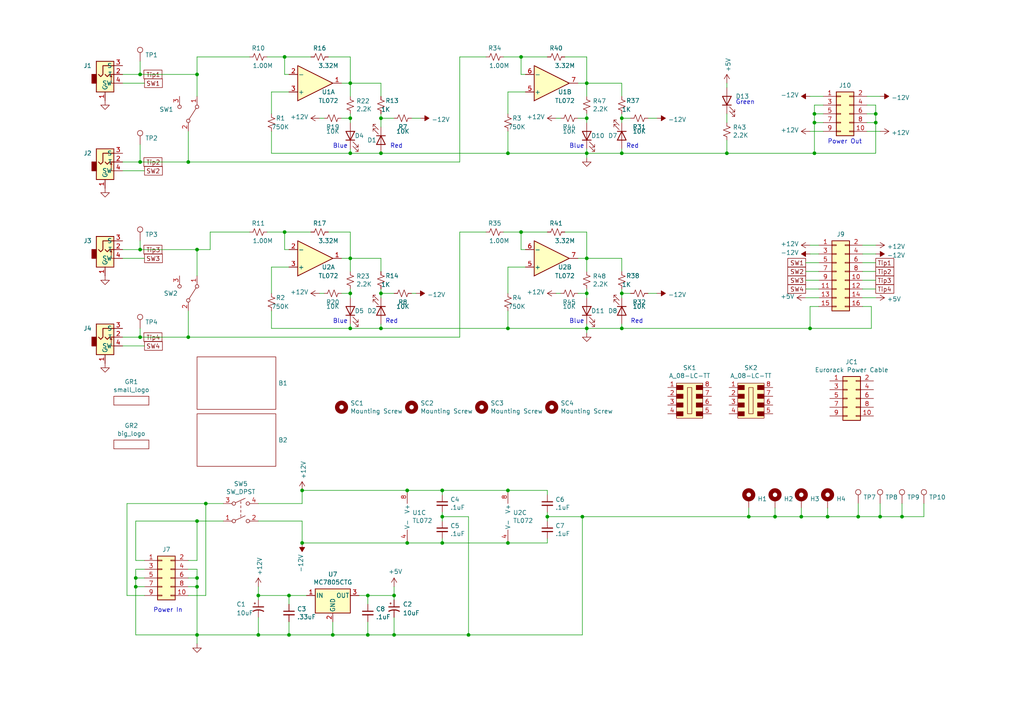
<source format=kicad_sch>
(kicad_sch (version 20211123) (generator eeschema)
  (paper "A4")
  (title_block (title "PBJ EU") (rev "4.9"))
  (junction (at 128.27 142.24))
  (junction (at 254 35.56))
  (junction (at 101.6 95.25))
  (junction (at 101.6 85.09))
  (junction (at 170.18 44.45))
  (junction (at 110.49 85.09))
  (junction (at 39.37 170.18))
  (junction (at 59.69 146.05))
  (junction (at 110.49 95.25))
  (junction (at 101.6 24.13))
  (junction (at 147.32 95.25))
  (junction (at 236.22 44.45))
  (junction (at 106.68 184.15))
  (junction (at 170.18 95.25))
  (junction (at 236.22 33.02))
  (junction (at 151.13 67.31))
  (junction (at 168.91 149.86))
  (junction (at 101.6 44.45))
  (junction (at 40.64 46.99))
  (junction (at 118.11 157.48))
  (junction (at 236.22 35.56))
  (junction (at 255.27 149.86))
  (junction (at 118.11 142.24))
  (junction (at 83.82 172.72))
  (junction (at 210.82 44.45))
  (junction (at 57.15 184.15))
  (junction (at 57.15 151.13))
  (junction (at 114.3 184.15))
  (junction (at 114.3 172.72))
  (junction (at 217.17 149.86))
  (junction (at 57.15 72.39))
  (junction (at 128.27 149.86))
  (junction (at 224.79 149.86))
  (junction (at 158.75 149.86))
  (junction (at 87.63 142.24))
  (junction (at 74.93 184.15))
  (junction (at 74.93 172.72))
  (junction (at 180.34 85.09))
  (junction (at 40.64 97.79))
  (junction (at 87.63 157.48))
  (junction (at 180.34 34.29))
  (junction (at 96.52 184.15))
  (junction (at 135.89 184.15))
  (junction (at 170.18 85.09))
  (junction (at 180.34 44.45))
  (junction (at 261.62 149.86))
  (junction (at 82.55 16.51))
  (junction (at 147.32 157.48))
  (junction (at 180.34 95.25))
  (junction (at 83.82 184.15))
  (junction (at 40.64 21.59))
  (junction (at 240.03 149.86))
  (junction (at 234.95 95.25))
  (junction (at 110.49 34.29))
  (junction (at 110.49 44.45))
  (junction (at 147.32 44.45))
  (junction (at 151.13 16.51))
  (junction (at 82.55 67.31))
  (junction (at 232.41 149.86))
  (junction (at 57.15 21.59))
  (junction (at 101.6 74.93))
  (junction (at 147.32 142.24))
  (junction (at 254 33.02))
  (junction (at 57.15 170.18))
  (junction (at 170.18 34.29))
  (junction (at 101.6 34.29))
  (junction (at 54.61 46.99))
  (junction (at 57.15 167.64))
  (junction (at 128.27 157.48))
  (junction (at 170.18 24.13))
  (junction (at 170.18 74.93))
  (junction (at 54.61 97.79))
  (junction (at 40.64 72.39))
  (junction (at 248.92 149.86))
  (junction (at 106.68 172.72))
  (junction (at 39.37 167.64))
  (wire (pts (xy 236.22 30.48) (xy 236.22 33.02)))
  (wire (pts (xy 95.25 16.51) (xy 101.6 16.51)))
  (wire (pts (xy 83.82 172.72) (xy 88.9 172.72)))
  (wire (pts (xy 110.49 85.09) (xy 110.49 86.36)))
  (wire (pts (xy 170.18 24.13) (xy 180.34 24.13)))
  (wire (pts (xy 217.17 147.32) (xy 217.17 149.86)))
  (wire (pts (xy 57.15 80.01) (xy 57.15 72.39)))
  (wire (pts (xy 170.18 67.31) (xy 170.18 74.93)))
  (wire (pts (xy 96.52 184.15) (xy 96.52 180.34)))
  (wire (pts (xy 151.13 67.31) (xy 158.75 67.31)))
  (wire (pts (xy 167.64 85.09) (xy 170.18 85.09)))
  (wire (pts (xy 267.97 146.05) (xy 267.97 149.86)))
  (wire (pts (xy 101.6 74.93) (xy 110.49 74.93)))
  (wire (pts (xy 210.82 25.4) (xy 210.82 24.13)))
  (wire (pts (xy 147.32 95.25) (xy 170.18 95.25)))
  (wire (pts (xy 118.11 157.48) (xy 128.27 157.48)))
  (wire (pts (xy 77.47 16.51) (xy 82.55 16.51)))
  (wire (pts (xy 83.82 21.59) (xy 82.55 21.59)))
  (wire (pts (xy 170.18 34.29) (xy 170.18 33.02)))
  (wire (pts (xy 101.6 78.74) (xy 101.6 74.93)))
  (wire (pts (xy 99.06 34.29) (xy 101.6 34.29)))
  (wire (pts (xy 236.22 33.02) (xy 236.22 35.56)))
  (wire (pts (xy 224.79 149.86) (xy 232.41 149.86)))
  (wire (pts (xy 254 33.02) (xy 254 35.56)))
  (wire (pts (xy 140.97 67.31) (xy 133.35 67.31)))
  (wire (pts (xy 39.37 167.64) (xy 39.37 170.18)))
  (wire (pts (xy 180.34 33.02) (xy 180.34 34.29)))
  (wire (pts (xy 110.49 34.29) (xy 114.3 34.29)))
  (wire (pts (xy 101.6 67.31) (xy 101.6 74.93)))
  (wire (pts (xy 41.91 165.1) (xy 39.37 165.1)))
  (wire (pts (xy 180.34 85.09) (xy 182.88 85.09)))
  (wire (pts (xy 170.18 44.45) (xy 170.18 43.18)))
  (wire (pts (xy 147.32 157.48) (xy 158.75 157.48)))
  (wire (pts (xy 128.27 149.86) (xy 128.27 151.13)))
  (wire (pts (xy 40.64 46.99) (xy 54.61 46.99)))
  (wire (pts (xy 255.27 146.05) (xy 255.27 149.86)))
  (wire (pts (xy 83.82 180.34) (xy 83.82 184.15)))
  (wire (pts (xy 158.75 151.13) (xy 158.75 149.86)))
  (wire (pts (xy 54.61 46.99) (xy 133.35 46.99)))
  (wire (pts (xy 170.18 96.52) (xy 170.18 95.25)))
  (wire (pts (xy 57.15 21.59) (xy 57.15 16.51)))
  (wire (pts (xy 180.34 24.13) (xy 180.34 27.94)))
  (wire (pts (xy 254 81.28) (xy 250.19 81.28)))
  (wire (pts (xy 147.32 142.24) (xy 158.75 142.24)))
  (wire (pts (xy 114.3 172.72) (xy 114.3 173.99)))
  (wire (pts (xy 135.89 149.86) (xy 135.89 184.15)))
  (wire (pts (xy 237.49 78.74) (xy 233.68 78.74)))
  (wire (pts (xy 74.93 146.05) (xy 87.63 146.05)))
  (wire (pts (xy 237.49 76.2) (xy 233.68 76.2)))
  (wire (pts (xy 251.46 33.02) (xy 254 33.02)))
  (wire (pts (xy 170.18 74.93) (xy 167.64 74.93)))
  (wire (pts (xy 35.56 49.53) (xy 41.91 49.53)))
  (wire (pts (xy 152.4 77.47) (xy 147.32 77.47)))
  (wire (pts (xy 237.49 81.28) (xy 233.68 81.28)))
  (wire (pts (xy 110.49 85.09) (xy 114.3 85.09)))
  (wire (pts (xy 96.52 184.15) (xy 106.68 184.15)))
  (wire (pts (xy 170.18 86.36) (xy 170.18 85.09)))
  (wire (pts (xy 237.49 88.9) (xy 234.95 88.9)))
  (wire (pts (xy 82.55 16.51) (xy 90.17 16.51)))
  (wire (pts (xy 252.73 88.9) (xy 250.19 88.9)))
  (wire (pts (xy 238.76 35.56) (xy 236.22 35.56)))
  (wire (pts (xy 168.91 184.15) (xy 168.91 149.86)))
  (wire (pts (xy 233.68 86.36) (xy 237.49 86.36)))
  (wire (pts (xy 240.03 149.86) (xy 240.03 147.32)))
  (wire (pts (xy 248.92 146.05) (xy 248.92 149.86)))
  (wire (pts (xy 187.96 34.29) (xy 190.5 34.29)))
  (wire (pts (xy 101.6 44.45) (xy 101.6 43.18)))
  (wire (pts (xy 36.83 146.05) (xy 59.69 146.05)))
  (wire (pts (xy 234.95 95.25) (xy 252.73 95.25)))
  (wire (pts (xy 110.49 24.13) (xy 110.49 27.94)))
  (wire (pts (xy 254 83.82) (xy 250.19 83.82)))
  (wire (pts (xy 78.74 90.17) (xy 78.74 95.25)))
  (wire (pts (xy 82.55 21.59) (xy 82.55 16.51)))
  (wire (pts (xy 77.47 67.31) (xy 82.55 67.31)))
  (wire (pts (xy 254 71.12) (xy 250.19 71.12)))
  (wire (pts (xy 54.61 172.72) (xy 59.69 172.72)))
  (wire (pts (xy 57.15 72.39) (xy 60.96 72.39)))
  (wire (pts (xy 170.18 24.13) (xy 167.64 24.13)))
  (wire (pts (xy 238.76 27.94) (xy 234.95 27.94)))
  (wire (pts (xy 170.18 85.09) (xy 170.18 83.82)))
  (wire (pts (xy 152.4 72.39) (xy 151.13 72.39)))
  (wire (pts (xy 110.49 83.82) (xy 110.49 85.09)))
  (wire (pts (xy 39.37 151.13) (xy 57.15 151.13)))
  (wire (pts (xy 128.27 156.21) (xy 128.27 157.48)))
  (wire (pts (xy 35.56 97.79) (xy 40.64 97.79)))
  (wire (pts (xy 252.73 95.25) (xy 252.73 88.9)))
  (wire (pts (xy 101.6 86.36) (xy 101.6 85.09)))
  (wire (pts (xy 161.29 85.09) (xy 162.56 85.09)))
  (wire (pts (xy 74.93 170.18) (xy 74.93 172.72)))
  (wire (pts (xy 87.63 142.24) (xy 118.11 142.24)))
  (wire (pts (xy 119.38 85.09) (xy 120.65 85.09)))
  (wire (pts (xy 167.64 34.29) (xy 170.18 34.29)))
  (wire (pts (xy 83.82 184.15) (xy 96.52 184.15)))
  (wire (pts (xy 146.05 16.51) (xy 151.13 16.51)))
  (wire (pts (xy 74.93 172.72) (xy 83.82 172.72)))
  (wire (pts (xy 101.6 35.56) (xy 101.6 34.29)))
  (wire (pts (xy 170.18 78.74) (xy 170.18 74.93)))
  (wire (pts (xy 101.6 85.09) (xy 101.6 83.82)))
  (wire (pts (xy 151.13 16.51) (xy 158.75 16.51)))
  (wire (pts (xy 170.18 35.56) (xy 170.18 34.29)))
  (wire (pts (xy 161.29 34.29) (xy 162.56 34.29)))
  (wire (pts (xy 119.38 34.29) (xy 121.92 34.29)))
  (wire (pts (xy 180.34 85.09) (xy 180.34 86.36)))
  (wire (pts (xy 40.64 72.39) (xy 57.15 72.39)))
  (wire (pts (xy 261.62 149.86) (xy 267.97 149.86)))
  (wire (pts (xy 87.63 157.48) (xy 118.11 157.48)))
  (wire (pts (xy 163.83 67.31) (xy 170.18 67.31)))
  (wire (pts (xy 158.75 143.51) (xy 158.75 142.24)))
  (wire (pts (xy 238.76 33.02) (xy 236.22 33.02)))
  (wire (pts (xy 60.96 72.39) (xy 60.96 67.31)))
  (wire (pts (xy 40.64 97.79) (xy 54.61 97.79)))
  (wire (pts (xy 234.95 95.25) (xy 180.34 95.25)))
  (wire (pts (xy 54.61 170.18) (xy 57.15 170.18)))
  (wire (pts (xy 74.93 184.15) (xy 83.82 184.15)))
  (wire (pts (xy 57.15 162.56) (xy 57.15 151.13)))
  (wire (pts (xy 110.49 95.25) (xy 147.32 95.25)))
  (wire (pts (xy 187.96 85.09) (xy 190.5 85.09)))
  (wire (pts (xy 54.61 90.17) (xy 54.61 97.79)))
  (wire (pts (xy 170.18 16.51) (xy 170.18 24.13)))
  (wire (pts (xy 57.15 170.18) (xy 57.15 184.15)))
  (wire (pts (xy 180.34 44.45) (xy 210.82 44.45)))
  (wire (pts (xy 110.49 44.45) (xy 147.32 44.45)))
  (wire (pts (xy 41.91 167.64) (xy 39.37 167.64)))
  (wire (pts (xy 87.63 151.13) (xy 87.63 157.48)))
  (wire (pts (xy 237.49 71.12) (xy 234.95 71.12)))
  (wire (pts (xy 133.35 67.31) (xy 133.35 97.79)))
  (wire (pts (xy 40.64 69.85) (xy 40.64 72.39)))
  (wire (pts (xy 101.6 44.45) (xy 110.49 44.45)))
  (wire (pts (xy 168.91 149.86) (xy 158.75 149.86)))
  (wire (pts (xy 83.82 72.39) (xy 82.55 72.39)))
  (wire (pts (xy 57.15 151.13) (xy 64.77 151.13)))
  (wire (pts (xy 110.49 34.29) (xy 110.49 36.83)))
  (wire (pts (xy 59.69 172.72) (xy 59.69 146.05)))
  (wire (pts (xy 158.75 156.21) (xy 158.75 157.48)))
  (wire (pts (xy 118.11 142.24) (xy 128.27 142.24)))
  (wire (pts (xy 35.56 24.13) (xy 41.91 24.13)))
  (wire (pts (xy 39.37 162.56) (xy 39.37 151.13)))
  (wire (pts (xy 146.05 67.31) (xy 151.13 67.31)))
  (wire (pts (xy 57.15 16.51) (xy 72.39 16.51)))
  (wire (pts (xy 35.56 46.99) (xy 40.64 46.99)))
  (wire (pts (xy 39.37 162.56) (xy 41.91 162.56)))
  (wire (pts (xy 106.68 184.15) (xy 114.3 184.15)))
  (wire (pts (xy 57.15 186.69) (xy 57.15 184.15)))
  (wire (pts (xy 232.41 147.32) (xy 232.41 149.86)))
  (wire (pts (xy 78.74 44.45) (xy 101.6 44.45)))
  (wire (pts (xy 180.34 43.18) (xy 180.34 44.45)))
  (wire (pts (xy 99.06 85.09) (xy 101.6 85.09)))
  (wire (pts (xy 54.61 167.64) (xy 57.15 167.64)))
  (wire (pts (xy 238.76 38.1) (xy 234.95 38.1)))
  (wire (pts (xy 54.61 38.1) (xy 54.61 46.99)))
  (wire (pts (xy 236.22 44.45) (xy 210.82 44.45)))
  (wire (pts (xy 106.68 175.26) (xy 106.68 172.72)))
  (wire (pts (xy 135.89 184.15) (xy 168.91 184.15)))
  (wire (pts (xy 101.6 95.25) (xy 101.6 93.98)))
  (wire (pts (xy 210.82 35.56) (xy 210.82 33.02)))
  (wire (pts (xy 255.27 27.94) (xy 251.46 27.94)))
  (wire (pts (xy 234.95 73.66) (xy 237.49 73.66)))
  (wire (pts (xy 78.74 77.47) (xy 78.74 85.09)))
  (wire (pts (xy 180.34 93.98) (xy 180.34 95.25)))
  (wire (pts (xy 158.75 149.86) (xy 158.75 148.59)))
  (wire (pts (xy 74.93 173.99) (xy 74.93 172.72)))
  (wire (pts (xy 151.13 72.39) (xy 151.13 67.31)))
  (wire (pts (xy 180.34 34.29) (xy 180.34 35.56)))
  (wire (pts (xy 35.56 74.93) (xy 41.91 74.93)))
  (wire (pts (xy 180.34 83.82) (xy 180.34 85.09)))
  (wire (pts (xy 234.95 88.9) (xy 234.95 95.25)))
  (wire (pts (xy 101.6 24.13) (xy 110.49 24.13)))
  (wire (pts (xy 147.32 44.45) (xy 170.18 44.45)))
  (wire (pts (xy 40.64 41.91) (xy 40.64 46.99)))
  (wire (pts (xy 128.27 157.48) (xy 147.32 157.48)))
  (wire (pts (xy 57.15 184.15) (xy 74.93 184.15)))
  (wire (pts (xy 114.3 184.15) (xy 114.3 179.07)))
  (wire (pts (xy 151.13 21.59) (xy 151.13 16.51)))
  (wire (pts (xy 92.71 85.09) (xy 93.98 85.09)))
  (wire (pts (xy 60.96 67.31) (xy 72.39 67.31)))
  (wire (pts (xy 128.27 148.59) (xy 128.27 149.86)))
  (wire (pts (xy 168.91 149.86) (xy 217.17 149.86)))
  (wire (pts (xy 35.56 21.59) (xy 40.64 21.59)))
  (wire (pts (xy 36.83 172.72) (xy 36.83 146.05)))
  (wire (pts (xy 54.61 162.56) (xy 57.15 162.56)))
  (wire (pts (xy 133.35 16.51) (xy 133.35 46.99)))
  (wire (pts (xy 101.6 74.93) (xy 99.06 74.93)))
  (wire (pts (xy 57.15 165.1) (xy 57.15 167.64)))
  (wire (pts (xy 39.37 170.18) (xy 39.37 184.15)))
  (wire (pts (xy 57.15 167.64) (xy 57.15 170.18)))
  (wire (pts (xy 54.61 165.1) (xy 57.15 165.1)))
  (wire (pts (xy 180.34 74.93) (xy 180.34 78.74)))
  (wire (pts (xy 224.79 147.32) (xy 224.79 149.86)))
  (wire (pts (xy 250.19 86.36) (xy 254 86.36)))
  (wire (pts (xy 254 35.56) (xy 254 44.45)))
  (wire (pts (xy 147.32 38.1) (xy 147.32 44.45)))
  (wire (pts (xy 83.82 175.26) (xy 83.82 172.72)))
  (wire (pts (xy 248.92 149.86) (xy 255.27 149.86)))
  (wire (pts (xy 152.4 26.67) (xy 147.32 26.67)))
  (wire (pts (xy 101.6 24.13) (xy 99.06 24.13)))
  (wire (pts (xy 237.49 83.82) (xy 233.68 83.82)))
  (wire (pts (xy 36.83 172.72) (xy 41.91 172.72)))
  (wire (pts (xy 238.76 30.48) (xy 236.22 30.48)))
  (wire (pts (xy 210.82 44.45) (xy 210.82 40.64)))
  (wire (pts (xy 128.27 149.86) (xy 135.89 149.86)))
  (wire (pts (xy 128.27 142.24) (xy 147.32 142.24)))
  (wire (pts (xy 110.49 93.98) (xy 110.49 95.25)))
  (wire (pts (xy 78.74 26.67) (xy 78.74 33.02)))
  (wire (pts (xy 39.37 184.15) (xy 57.15 184.15)))
  (wire (pts (xy 180.34 34.29) (xy 182.88 34.29)))
  (wire (pts (xy 251.46 30.48) (xy 254 30.48)))
  (wire (pts (xy 254 30.48) (xy 254 33.02)))
  (wire (pts (xy 101.6 95.25) (xy 110.49 95.25)))
  (wire (pts (xy 40.64 21.59) (xy 57.15 21.59)))
  (wire (pts (xy 147.32 77.47) (xy 147.32 85.09)))
  (wire (pts (xy 59.69 146.05) (xy 64.77 146.05)))
  (wire (pts (xy 78.74 38.1) (xy 78.74 44.45)))
  (wire (pts (xy 152.4 21.59) (xy 151.13 21.59)))
  (wire (pts (xy 35.56 100.33) (xy 41.91 100.33)))
  (wire (pts (xy 254 78.74) (xy 250.19 78.74)))
  (wire (pts (xy 217.17 149.86) (xy 224.79 149.86)))
  (wire (pts (xy 40.64 17.78) (xy 40.64 21.59)))
  (wire (pts (xy 110.49 74.93) (xy 110.49 78.74)))
  (wire (pts (xy 251.46 38.1) (xy 255.27 38.1)))
  (wire (pts (xy 147.32 90.17) (xy 147.32 95.25)))
  (wire (pts (xy 35.56 72.39) (xy 40.64 72.39)))
  (wire (pts (xy 110.49 33.02) (xy 110.49 34.29)))
  (wire (pts (xy 106.68 180.34) (xy 106.68 184.15)))
  (wire (pts (xy 250.19 73.66) (xy 254 73.66)))
  (wire (pts (xy 82.55 67.31) (xy 90.17 67.31)))
  (wire (pts (xy 170.18 27.94) (xy 170.18 24.13)))
  (wire (pts (xy 163.83 16.51) (xy 170.18 16.51)))
  (wire (pts (xy 147.32 26.67) (xy 147.32 33.02)))
  (wire (pts (xy 57.15 27.94) (xy 57.15 21.59)))
  (wire (pts (xy 104.14 172.72) (xy 106.68 172.72)))
  (wire (pts (xy 39.37 165.1) (xy 39.37 167.64)))
  (wire (pts (xy 74.93 179.07) (xy 74.93 184.15)))
  (wire (pts (xy 170.18 45.72) (xy 170.18 44.45)))
  (wire (pts (xy 101.6 27.94) (xy 101.6 24.13)))
  (wire (pts (xy 170.18 95.25) (xy 170.18 93.98)))
  (wire (pts (xy 82.55 72.39) (xy 82.55 67.31)))
  (wire (pts (xy 114.3 170.18) (xy 114.3 172.72)))
  (wire (pts (xy 170.18 44.45) (xy 180.34 44.45)))
  (wire (pts (xy 232.41 149.86) (xy 240.03 149.86)))
  (wire (pts (xy 255.27 149.86) (xy 261.62 149.86)))
  (wire (pts (xy 40.64 95.25) (xy 40.64 97.79)))
  (wire (pts (xy 128.27 143.51) (xy 128.27 142.24)))
  (wire (pts (xy 95.25 67.31) (xy 101.6 67.31)))
  (wire (pts (xy 251.46 35.56) (xy 254 35.56)))
  (wire (pts (xy 74.93 151.13) (xy 87.63 151.13)))
  (wire (pts (xy 180.34 95.25) (xy 170.18 95.25)))
  (wire (pts (xy 254 44.45) (xy 236.22 44.45)))
  (wire (pts (xy 92.71 34.29) (xy 93.98 34.29)))
  (wire (pts (xy 170.18 74.93) (xy 180.34 74.93)))
  (wire (pts (xy 87.63 146.05) (xy 87.63 142.24)))
  (wire (pts (xy 114.3 184.15) (xy 135.89 184.15)))
  (wire (pts (xy 101.6 34.29) (xy 101.6 33.02)))
  (wire (pts (xy 101.6 16.51) (xy 101.6 24.13)))
  (wire (pts (xy 78.74 95.25) (xy 101.6 95.25)))
  (wire (pts (xy 254 76.2) (xy 250.19 76.2)))
  (wire (pts (xy 41.91 170.18) (xy 39.37 170.18)))
  (wire (pts (xy 106.68 172.72) (xy 114.3 172.72)))
  (wire (pts (xy 140.97 16.51) (xy 133.35 16.51)))
  (wire (pts (xy 54.61 97.79) (xy 133.35 97.79)))
  (wire (pts (xy 83.82 77.47) (xy 78.74 77.47)))
  (wire (pts (xy 261.62 146.05) (xy 261.62 149.86)))
  (wire (pts (xy 83.82 26.67) (xy 78.74 26.67)))
  (wire (pts (xy 236.22 35.56) (xy 236.22 44.45)))
  (wire (pts (xy 240.03 149.86) (xy 248.92 149.86)))
  (text "Blue" (at 165.1 43.18 0) (effects (font (size 1.27 1.27)) (justify left bottom)))
  (text "Power In" (at 44.45 177.8 0) (effects (font (size 1.27 1.27)) (justify left bottom)))
  (text "Blue" (at 96.52 43.18 0) (effects (font (size 1.27 1.27)) (justify left bottom)))
  (text "Blue" (at 96.52 93.98 0) (effects (font (size 1.27 1.27)) (justify left bottom)))
  (text "Blue" (at 165.1 93.98 0) (effects (font (size 1.27 1.27)) (justify left bottom)))
  (text "Red" (at 116.84 43.18 180) (effects (font (size 1.27 1.27)) (justify right bottom)))
  (text "Red" (at 111.76 93.98 0) (effects (font (size 1.27 1.27)) (justify left bottom)))
  (text "Red" (at 182.88 93.98 0) (effects (font (size 1.27 1.27)) (justify left bottom)))
  (text "Power Out" (at 240.03 41.91 0) (effects (font (size 1.27 1.27)) (justify left bottom)))
  (text "Red" (at 181.61 43.18 0) (effects (font (size 1.27 1.27)) (justify left bottom)))
  (text "Green" (at 213.36 30.48 0) (effects (font (size 1.27 1.27)) (justify left bottom)))
  (global_label "Tip2" (shape passive) (at 254 78.74 0) (property "Intersheet References" "${INTERSHEET_REFS}" (effects hide)))
  (global_label "Tip4" (shape passive) (at 254 83.82 0) (property "Intersheet References" "${INTERSHEET_REFS}" (effects hide)))
  (global_label "Tip2" (shape passive) (at 46.99 46.99 180) (property "Intersheet References" "${INTERSHEET_REFS}" (effects hide)))
  (global_label "SW4" (shape passive) (at 41.91 100.33 0) (property "Intersheet References" "${INTERSHEET_REFS}" (effects hide)))
  (global_label "Tip1" (shape passive) (at 46.99 21.59 180) (property "Intersheet References" "${INTERSHEET_REFS}" (effects hide)))
  (global_label "SW1" (shape passive) (at 41.91 24.13 0) (property "Intersheet References" "${INTERSHEET_REFS}" (effects hide)))
  (global_label "Tip1" (shape passive) (at 254 76.2 0) (property "Intersheet References" "${INTERSHEET_REFS}" (effects hide)))
  (global_label "SW2" (shape passive) (at 41.91 49.53 0) (property "Intersheet References" "${INTERSHEET_REFS}" (effects hide)))
  (global_label "SW3" (shape passive) (at 233.68 81.28 180) (property "Intersheet References" "${INTERSHEET_REFS}" (effects hide)))
  (global_label "SW3" (shape passive) (at 41.91 74.93 0) (property "Intersheet References" "${INTERSHEET_REFS}" (effects hide)))
  (global_label "SW2" (shape passive) (at 233.68 78.74 180) (property "Intersheet References" "${INTERSHEET_REFS}" (effects hide)))
  (global_label "Tip3" (shape passive) (at 254 81.28 0) (property "Intersheet References" "${INTERSHEET_REFS}" (effects hide)))
  (global_label "SW1" (shape passive) (at 233.68 76.2 180) (property "Intersheet References" "${INTERSHEET_REFS}" (effects hide)))
  (global_label "SW4" (shape passive) (at 233.68 83.82 180) (property "Intersheet References" "${INTERSHEET_REFS}" (effects hide)))
  (global_label "Tip3" (shape passive) (at 46.99 72.39 180) (property "Intersheet References" "${INTERSHEET_REFS}" (effects hide)))
  (global_label "Tip4" (shape passive) (at 46.99 97.79 180) (property "Intersheet References" "${INTERSHEET_REFS}" (effects hide)))
  (symbol (lib_id "greenface-symbols:Molex_47257") (at 30.48 21.59 0) (unit 1)
    (property "Reference" "J1" (at 25.4 19.05 0))
    (property "Value" "Molex_47257" (effects hide))
    (property "Footprint" "sputterizer:Molex-0472570001" (effects hide))
    (property "Digi-Key Part" "WM17366-ND" (effects hide))
  )
  (symbol (lib_id "greenface-symbols:Molex_47257") (at 30.48 46.99 0) (unit 1)
    (property "Reference" "J2" (at 25.4 44.45 0))
    (property "Value" "Molex_47257" (effects hide))
    (property "Footprint" "sputterizer:Molex-0472570001" (effects hide))
    (property "Digi-Key Part" "WM17366-ND" (effects hide))
  )
  (symbol (lib_id "greenface-symbols:Molex_47257") (at 30.48 72.39 0) (unit 1)
    (property "Reference" "J3" (at 25.4 69.85 0))
    (property "Value" "Molex_47257" (effects hide))
    (property "Footprint" "sputterizer:Molex-0472570001" (effects hide))
    (property "Digi-Key Part" "WM17366-ND" (effects hide))
  )
  (symbol (lib_id "greenface-symbols:Molex_47257") (at 30.48 97.79 0) (unit 1)
    (property "Reference" "J4" (at 25.4 95.25 0))
    (property "Value" "Molex_47257" (effects hide))
    (property "Footprint" "sputterizer:Molex-0472570001" (effects hide))
    (property "Digi-Key Part" "WM17366-ND" (effects hide))
  )
  (symbol (lib_id "Connector:TestPoint") (at 40.64 17.78 0) (unit 1)
    (property "Reference" "TP1" (at 42.1132 15.9512 0) (effects (justify left)))
    (property "Value" "TestPoint" (effects hide))
    (property "Footprint" "TestPoint:TestPoint_Keystone_5005-5009_Compact" (effects hide))
    (property "Digi-Key Part" "36-5006-ND" (effects hide))
  )
  (symbol (lib_id "Connector:TestPoint") (at 40.64 41.91 0) (unit 1)
    (property "Reference" "TP2" (at 42.1132 40.0812 0) (effects (justify left)))
    (property "Value" "TestPoint" (effects hide))
    (property "Footprint" "TestPoint:TestPoint_Keystone_5005-5009_Compact" (effects hide))
    (property "Digi-Key Part" "36-5006-ND" (effects hide))
  )
  (symbol (lib_id "Connector:TestPoint") (at 40.64 69.85 0) (unit 1)
    (property "Reference" "TP3" (at 42.1132 68.0212 0) (effects (justify left)))
    (property "Value" "TestPoint" (effects hide))
    (property "Footprint" "TestPoint:TestPoint_Keystone_5005-5009_Compact" (effects hide))
    (property "Digi-Key Part" "36-5006-ND" (effects hide))
  )
  (symbol (lib_id "Connector:TestPoint") (at 40.64 95.25 0) (unit 1)
    (property "Reference" "TP4" (at 42.1132 93.4212 0) (effects (justify left)))
    (property "Value" "TestPoint" (effects hide))
    (property "Footprint" "TestPoint:TestPoint_Keystone_5005-5009_Compact" (effects hide))
    (property "Digi-Key Part" "36-5006-ND" (effects hide))
  )
  (symbol (lib_id "power:GND") (at 30.48 29.21 0) (unit 1)
    (property "Reference" "#PWR01" (effects hide))
    (property "Value" "GND" (effects hide))
  )
  (symbol (lib_id "power:GND") (at 30.48 54.61 0) (unit 1)
    (property "Reference" "#PWR02" (effects hide))
    (property "Value" "GND" (effects hide))
  )
  (symbol (lib_id "power:GND") (at 30.48 80.01 0) (unit 1)
    (property "Reference" "#PWR03" (effects hide))
    (property "Value" "GND" (effects hide))
  )
  (symbol (lib_id "power:GND") (at 30.48 105.41 0) (unit 1)
    (property "Reference" "#PWR04" (effects hide))
    (property "Value" "GND" (effects hide))
  )
  (symbol (lib_id "greenface-symbols:Conn_02x08_Odd_Even_Female") (at 242.57 78.74 0) (unit 1)
    (property "Reference" "J9" (at 243.84 67.945 0))
    (property "Value" "Conn_02x08_Odd_Even_Female" (effects hide))
    (property "Footprint" "Connector_PinHeader_2.54mm:PinHeader_2x08_P2.54mm_Vertical" (effects hide))
    (property "Digi-Key Part" "S7111-ND" (effects hide))
  )
  (symbol (lib_id "power:+5V") (at 254 86.36 270) (unit 1)
    (property "Reference" "#PWR0101" (effects hide))
    (property "Value" "+5V" (at 257.2512 86.741 90) (effects (justify left)))
  )
  (symbol (lib_id "power:+5V") (at 210.82 24.13 0) (unit 1)
    (property "Reference" "#PWR0102" (effects hide))
    (property "Value" "+5V" (at 211.201 20.8788 90) (effects (justify left)))
  )
  (symbol (lib_id "power:+12V") (at 234.95 71.12 90) (unit 1)
    (property "Reference" "#PWR0103" (effects hide))
    (property "Value" "+12V" (at 231.6988 70.739 90) (effects (justify left)))
  )
  (symbol (lib_id "power:-12V") (at 234.95 73.66 90) (unit 1)
    (property "Reference" "#PWR0104" (effects hide))
    (property "Value" "-12V" (at 231.6988 73.279 90) (effects (justify left)))
  )
  (symbol (lib_id "Device:CP1_Small") (at 114.3 176.53 0) (unit 1)
    (property "Reference" "C2" (at 116.84 175.26 0) (effects (justify left)))
    (property "Value" "10uF" (at 116.84 177.8 0) (effects (justify left)))
    (property "Footprint" "Capacitor_THT:CP_Radial_Tantal_D5.0mm_P5.00mm" (effects hide))
    (property "Digi-Key Part" "478-7366-1-ND" (effects hide))
  )
  (symbol (lib_id "Device:CP1_Small") (at 74.93 176.53 0) (unit 1)
    (property "Reference" "C1" (at 68.58 175.26 0) (effects (justify left)))
    (property "Value" "10uF" (at 68.58 177.8 0) (effects (justify left)))
    (property "Footprint" "Capacitor_THT:CP_Radial_Tantal_D5.0mm_P5.00mm" (effects hide))
    (property "Digi-Key Part" "478-7366-1-ND" (effects hide))
  )
  (symbol (lib_id "power:GND") (at 57.15 186.69 0) (unit 1)
    (property "Reference" "#PWR025" (effects hide))
    (property "Value" "GND" (effects hide))
  )
  (symbol (lib_id "power:+12V") (at 74.93 170.18 0) (unit 1)
    (property "Reference" "#PWR0105" (effects hide))
    (property "Value" "+12V" (at 75.311 166.9288 90) (effects (justify left)))
  )
  (symbol (lib_id "power:-12V") (at 121.92 34.29 270) (unit 1)
    (property "Reference" "#PWR014" (effects hide))
    (property "Value" "-12V" (at 125.1712 34.671 90) (effects (justify left)))
  )
  (symbol (lib_id "Regulator_Linear:L7805") (at 96.52 172.72 0) (unit 1)
    (property "Reference" "U7" (at 96.52 166.5732 0))
    (property "Value" "MC7805CTG" (at 96.52 168.8846 0))
    (property "Footprint" "Package_TO_SOT_THT:TO-220-3_Vertical" (effects hide))
    (property "Datasheet" "https://www.analog.com/media/en/technical-documentation/data-sheets/1117fd.pdf" (effects hide))
    (property "Digi-Key Part" "MC7805CTGOS-ND" (effects hide))
  )
  (symbol (lib_id "power:+5V") (at 114.3 170.18 0) (unit 1)
    (property "Reference" "#PWR026" (effects hide))
    (property "Value" "+5V" (at 114.681 165.7858 0))
  )
  (symbol (lib_id "power:-12V") (at 190.5 34.29 270) (unit 1)
    (property "Reference" "#PWR017" (effects hide))
    (property "Value" "-12V" (at 193.7512 34.671 90) (effects (justify left)))
  )
  (symbol (lib_id "power:-12V") (at 120.65 85.09 270) (unit 1)
    (property "Reference" "#PWR09" (effects hide))
    (property "Value" "-12V" (at 123.9012 85.471 90) (effects (justify left)))
  )
  (symbol (lib_id "power:-12V") (at 190.5 85.09 270) (unit 1)
    (property "Reference" "#PWR018" (effects hide))
    (property "Value" "-12V" (at 193.7512 85.471 90) (effects (justify left)))
  )
  (symbol (lib_id "power:+12V") (at 254 71.12 270) (unit 1)
    (property "Reference" "#PWR016" (effects hide))
    (property "Value" "+12V" (at 257.2512 71.501 90) (effects (justify left)))
  )
  (symbol (lib_id "power:-12V") (at 254 73.66 270) (unit 1)
    (property "Reference" "#PWR028" (effects hide))
    (property "Value" "-12V" (at 257.2512 74.041 90) (effects (justify left)))
  )
  (symbol (lib_id "power:+5V") (at 233.68 86.36 90) (unit 1)
    (property "Reference" "#PWR015" (effects hide))
    (property "Value" "+5V" (at 230.4288 85.979 90) (effects (justify left)))
  )
  (symbol (lib_id "Device:R_Small_US") (at 210.82 38.1 0) (unit 1)
    (property "Reference" "R43" (at 212.5472 36.9316 0) (effects (justify left)))
    (property "Value" "2.2K" (at 212.5472 39.243 0) (effects (justify left)))
    (property "Footprint" "Resistor_THT:R_Axial_DIN0207_L6.3mm_D2.5mm_P10.16mm_Horizontal" (effects hide))
    (property "Digi-Key Part" "CF14JT2K20CT-ND" (effects hide))
  )
  (symbol (lib_id "Device:LED") (at 210.82 29.21 90) (unit 1)
    (property "Reference" "D13" (at 213.36 27.94 90) (effects (justify right)))
    (property "Value" "GREEN LED" (effects hide))
    (property "Footprint" "LED_THT:LED_D3.0mm" (effects hide))
    (property "Digi-Key Part" "732-5008-ND" (effects hide))
  )
  (symbol (lib_id "Amplifier_Operational:TL072") (at 120.65 149.86 0) (unit 3)
    (property "Reference" "U1" (at 119.5832 148.6916 0) (effects (justify left)))
    (property "Value" "TL072" (at 119.5832 151.003 0) (effects (justify left)))
    (property "Datasheet" "http://www.ti.com/lit/ds/symlink/tl071.pdf" (effects hide))
  )
  (symbol (lib_id "Device:R_Small_US") (at 143.51 16.51 90) (unit 1)
    (property "Reference" "R34" (at 143.51 13.97 90))
    (property "Value" "1.00M" (at 144.78 19.05 90))
    (property "Footprint" "Resistor_THT:R_Axial_DIN0207_L6.3mm_D2.5mm_P10.16mm_Horizontal" (effects hide))
    (property "Digi-Key Part" "RNF14FTD1M00CT-ND" (effects hide))
  )
  (symbol (lib_id "Device:R_Small_US") (at 74.93 67.31 90) (unit 1)
    (property "Reference" "R11" (at 74.93 64.77 90))
    (property "Value" "1.00M" (at 76.2 69.85 90))
    (property "Footprint" "Resistor_THT:R_Axial_DIN0207_L6.3mm_D2.5mm_P10.16mm_Horizontal" (effects hide))
    (property "Digi-Key Part" "RNF14FTD1M00CT-ND" (effects hide))
  )
  (symbol (lib_id "Device:R_Small_US") (at 143.51 67.31 90) (unit 1)
    (property "Reference" "R35" (at 143.51 64.77 90))
    (property "Value" "1.00M" (at 144.78 69.85 90))
    (property "Footprint" "Resistor_THT:R_Axial_DIN0207_L6.3mm_D2.5mm_P10.16mm_Horizontal" (effects hide))
    (property "Digi-Key Part" "RNF14FTD1M00CT-ND" (effects hide))
  )
  (symbol (lib_id "Device:R_Small_US") (at 161.29 16.51 90) (unit 1)
    (property "Reference" "R40" (at 161.29 13.97 90))
    (property "Value" "3.32M" (at 163.83 19.05 90))
    (property "Footprint" "Resistor_THT:R_Axial_DIN0207_L6.3mm_D2.5mm_P10.16mm_Horizontal" (effects hide))
    (property "Digi-Key Part" "RNF14FTD3M32CT-ND" (effects hide))
  )
  (symbol (lib_id "Device:R_Small_US") (at 161.29 67.31 90) (unit 1)
    (property "Reference" "R41" (at 161.29 64.77 90))
    (property "Value" "3.32M" (at 163.83 69.85 90))
    (property "Footprint" "Resistor_THT:R_Axial_DIN0207_L6.3mm_D2.5mm_P10.16mm_Horizontal" (effects hide))
    (property "Digi-Key Part" "RNF14FTD3M32CT-ND" (effects hide))
  )
  (symbol (lib_id "Device:R_Small_US") (at 92.71 67.31 90) (unit 1)
    (property "Reference" "R17" (at 92.71 64.77 90))
    (property "Value" "3.32M" (at 95.25 69.85 90))
    (property "Footprint" "Resistor_THT:R_Axial_DIN0207_L6.3mm_D2.5mm_P10.16mm_Horizontal" (effects hide))
    (property "Digi-Key Part" "RNF14FTD3M32CT-ND" (effects hide))
  )
  (symbol (lib_id "Switch:SW_DPST") (at 69.85 148.59 0) (unit 1)
    (property "Reference" "SW5" (at 69.85 140.335 0))
    (property "Value" "SW_DPST" (at 69.85 142.6464 0))
    (property "Footprint" "sputterizer:S202031MS02Q" (effects hide))
    (property "Digi-Key Part" "CKN9891-ND" (effects hide))
  )
  (symbol (lib_id "Connector_Generic:Conn_02x05_Odd_Even") (at 46.99 167.64 0) (unit 1)
    (property "Reference" "J7" (at 48.26 159.385 0))
    (property "Value" "Conn_02x05_Odd_Even" (effects hide))
    (property "Footprint" "Connector_PinHeader_2.54mm:PinHeader_2x05_P2.54mm_Vertical" (effects hide))
    (property "Digi-Key Part" "S2011EC-05-ND" (effects hide))
  )
  (symbol (lib_id "Connector_Generic:Conn_02x05_Odd_Even") (at 243.84 33.02 0) (unit 1)
    (property "Reference" "J10" (at 245.11 24.765 0))
    (property "Value" "Conn_02x05_Odd_Even" (effects hide))
    (property "Footprint" "Connector_PinHeader_2.54mm:PinHeader_2x05_P2.54mm_Vertical" (effects hide))
    (property "Digi-Key Part" "S2011EC-05-ND" (effects hide))
  )
  (symbol (lib_id "power:+12V") (at 234.95 38.1 90) (unit 1)
    (property "Reference" "#PWR0106" (effects hide))
    (property "Value" "+12V" (at 231.6988 37.719 90) (effects (justify left)))
  )
  (symbol (lib_id "power:+12V") (at 255.27 38.1 270) (unit 1)
    (property "Reference" "#PWR0107" (effects hide))
    (property "Value" "+12V" (at 258.5212 38.481 90) (effects (justify left)))
  )
  (symbol (lib_id "power:-12V") (at 255.27 27.94 270) (unit 1)
    (property "Reference" "#PWR0108" (effects hide))
    (property "Value" "-12V" (at 258.5212 28.321 90) (effects (justify left)))
  )
  (symbol (lib_id "power:-12V") (at 234.95 27.94 90) (unit 1)
    (property "Reference" "#PWR0109" (effects hide))
    (property "Value" "-12V" (at 231.6988 27.559 90) (effects (justify left)))
  )
  (symbol (lib_id "greenface-symbols:small_logo") (at 38.1 116.205 0) (unit 1)
    (property "Reference" "GR1" (at 38.1 110.744 0))
    (property "Value" "small_logo" (at 38.1 113.0554 0))
    (property "Footprint" "panel:small_face" (effects hide))
  )
  (symbol (lib_id "Amplifier_Operational:TL072") (at 91.44 74.93 0) (mirror x) (unit 1)
    (property "Reference" "U2" (at 95.25 77.47 0))
    (property "Value" "TL072" (at 95.25 80.01 0))
    (property "Footprint" "Package_DIP:DIP-8_W7.62mm" (effects hide))
    (property "Datasheet" "http://www.ti.com/lit/ds/symlink/tl071.pdf" (effects hide))
    (property "Digi-Key Part" "296-14997-5-ND‎" (effects hide))
  )
  (symbol (lib_id "Device:R_Small_US") (at 101.6 81.28 0) (unit 1)
    (property "Reference" "R23" (at 103.3272 80.1116 0) (effects (justify left)))
    (property "Value" "2.2K" (at 103.3272 82.423 0) (effects (justify left)))
    (property "Footprint" "Resistor_THT:R_Axial_DIN0207_L6.3mm_D2.5mm_P10.16mm_Horizontal" (effects hide))
    (property "Digi-Key Part" "CF14JT2K20CT-ND" (effects hide))
  )
  (symbol (lib_id "Device:LED") (at 101.6 90.17 90) (unit 1)
    (property "Reference" "D5" (at 102.87 90.17 90) (effects (justify right)))
    (property "Value" "BLUE LED" (effects hide))
    (property "Footprint" "LED_THT:LED_D3.0mm" (effects hide))
    (property "Digi-Key Part" "732-11401-ND" (effects hide))
  )
  (symbol (lib_id "Device:R_Small_US") (at 96.52 85.09 90) (unit 1)
    (property "Reference" "R20" (at 96.52 87.63 90))
    (property "Value" "10K" (at 96.52 88.9 90))
    (property "Footprint" "Resistor_THT:R_Axial_DIN0207_L6.3mm_D2.5mm_P10.16mm_Horizontal" (effects hide))
    (property "Digi-Key Part" "CF14JT10K0CT-ND" (effects hide))
  )
  (symbol (lib_id "power:+12V") (at 92.71 85.09 90) (unit 1)
    (property "Reference" "#PWR013" (effects hide))
    (property "Value" "+12V" (at 89.4588 84.709 90) (effects (justify left)))
  )
  (symbol (lib_id "Device:R_Small_US") (at 110.49 81.28 0) (unit 1)
    (property "Reference" "R14" (at 111.76 80.01 0) (effects (justify left)))
    (property "Value" "1K" (at 110.49 82.55 0) (effects (justify left)))
    (property "Footprint" "Resistor_THT:R_Axial_DIN0207_L6.3mm_D2.5mm_P10.16mm_Horizontal" (effects hide))
    (property "Digi-Key Part" "CF14JT1K00CT-ND" (effects hide))
  )
  (symbol (lib_id "Device:LED") (at 110.49 90.17 270) (unit 1)
    (property "Reference" "D2" (at 109.22 90.17 90) (effects (justify right)))
    (property "Value" "RED LED" (effects hide))
    (property "Footprint" "LED_THT:LED_D3.0mm" (effects hide))
    (property "Digi-Key Part" "732-5005-ND" (effects hide))
  )
  (symbol (lib_id "Device:R_Small_US") (at 116.84 85.09 90) (unit 1)
    (property "Reference" "R8" (at 116.84 87.63 90))
    (property "Value" "10K" (at 116.84 88.9 90))
    (property "Footprint" "Resistor_THT:R_Axial_DIN0207_L6.3mm_D2.5mm_P10.16mm_Horizontal" (effects hide))
    (property "Digi-Key Part" "CF14JT10K0CT-ND" (effects hide))
  )
  (symbol (lib_id "Amplifier_Operational:TL072") (at 160.02 74.93 0) (mirror x) (unit 2)
    (property "Reference" "U2" (at 163.83 77.47 0))
    (property "Value" "TL072" (at 163.83 80.01 0))
    (property "Footprint" "Package_DIP:DIP-8_W7.62mm" (effects hide))
    (property "Datasheet" "http://www.ti.com/lit/ds/symlink/tl071.pdf" (effects hide))
    (property "Digi-Key Part" "296-14997-5-ND‎" (effects hide))
  )
  (symbol (lib_id "Device:R_Small_US") (at 170.18 81.28 0) (unit 1)
    (property "Reference" "R48" (at 171.9072 80.1116 0) (effects (justify left)))
    (property "Value" "2.2K" (at 171.9072 82.423 0) (effects (justify left)))
    (property "Footprint" "Resistor_THT:R_Axial_DIN0207_L6.3mm_D2.5mm_P10.16mm_Horizontal" (effects hide))
    (property "Digi-Key Part" "CF14JT2K20CT-ND" (effects hide))
  )
  (symbol (lib_id "Device:LED") (at 170.18 90.17 90) (unit 1)
    (property "Reference" "D11" (at 171.45 90.17 90) (effects (justify right)))
    (property "Value" "BLUE LED" (effects hide))
    (property "Footprint" "LED_THT:LED_D3.0mm" (effects hide))
    (property "Digi-Key Part" "732-11401-ND" (effects hide))
  )
  (symbol (lib_id "Device:R_Small_US") (at 165.1 85.09 90) (unit 1)
    (property "Reference" "R45" (at 165.1 87.63 90))
    (property "Value" "10K" (at 165.1 88.9 90))
    (property "Footprint" "Resistor_THT:R_Axial_DIN0207_L6.3mm_D2.5mm_P10.16mm_Horizontal" (effects hide))
    (property "Digi-Key Part" "CF14JT10K0CT-ND" (effects hide))
  )
  (symbol (lib_id "power:GND") (at 170.18 96.52 0) (unit 1)
    (property "Reference" "#PWR034" (effects hide))
    (property "Value" "GND" (effects hide))
  )
  (symbol (lib_id "power:+12V") (at 161.29 85.09 90) (unit 1)
    (property "Reference" "#PWR031" (effects hide))
    (property "Value" "+12V" (at 158.0388 84.709 90) (effects (justify left)))
  )
  (symbol (lib_id "Device:R_Small_US") (at 180.34 81.28 0) (unit 1)
    (property "Reference" "R38" (at 181.61 80.01 0) (effects (justify left)))
    (property "Value" "1K" (at 180.34 82.55 0) (effects (justify left)))
    (property "Footprint" "Resistor_THT:R_Axial_DIN0207_L6.3mm_D2.5mm_P10.16mm_Horizontal" (effects hide))
    (property "Digi-Key Part" "CF14JT1K00CT-ND" (effects hide))
  )
  (symbol (lib_id "Device:LED") (at 180.34 90.17 270) (unit 1)
    (property "Reference" "D8" (at 179.07 90.17 90) (effects (justify right)))
    (property "Value" "RED LED" (effects hide))
    (property "Footprint" "LED_THT:LED_D3.0mm" (effects hide))
    (property "Digi-Key Part" "732-5005-ND" (effects hide))
  )
  (symbol (lib_id "Device:R_Small_US") (at 185.42 85.09 90) (unit 1)
    (property "Reference" "R32" (at 185.42 87.63 90))
    (property "Value" "10K" (at 185.42 88.9 90))
    (property "Footprint" "Resistor_THT:R_Axial_DIN0207_L6.3mm_D2.5mm_P10.16mm_Horizontal" (effects hide))
    (property "Digi-Key Part" "CF14JT10K0CT-ND" (effects hide))
  )
  (symbol (lib_id "Amplifier_Operational:TL072") (at 91.44 24.13 0) (mirror x) (unit 1)
    (property "Reference" "U1" (at 95.25 26.67 0))
    (property "Value" "TL072" (at 95.25 29.21 0))
    (property "Footprint" "Package_DIP:DIP-8_W7.62mm" (effects hide))
    (property "Datasheet" "http://www.ti.com/lit/ds/symlink/tl071.pdf" (effects hide))
    (property "Digi-Key Part" "296-14997-5-ND" (effects hide))
  )
  (symbol (lib_id "Device:R_Small_US") (at 74.93 16.51 90) (unit 1)
    (property "Reference" "R10" (at 74.93 13.97 90))
    (property "Value" "1.00M" (at 76.2 19.05 90))
    (property "Footprint" "Resistor_THT:R_Axial_DIN0207_L6.3mm_D2.5mm_P10.16mm_Horizontal" (effects hide))
    (property "Digi-Key Part" "RNF14FTD1M00CT-ND" (effects hide))
  )
  (symbol (lib_id "Device:R_Small_US") (at 92.71 16.51 90) (unit 1)
    (property "Reference" "R16" (at 92.71 13.97 90))
    (property "Value" "3.32M" (at 95.25 19.05 90))
    (property "Footprint" "Resistor_THT:R_Axial_DIN0207_L6.3mm_D2.5mm_P10.16mm_Horizontal" (effects hide))
    (property "Digi-Key Part" "RNF14FTD3M32CT-ND" (effects hide))
  )
  (symbol (lib_id "Device:R_Small_US") (at 101.6 30.48 0) (unit 1)
    (property "Reference" "R22" (at 103.3272 29.3116 0) (effects (justify left)))
    (property "Value" "2.2K" (at 103.3272 31.623 0) (effects (justify left)))
    (property "Footprint" "Resistor_THT:R_Axial_DIN0207_L6.3mm_D2.5mm_P10.16mm_Horizontal" (effects hide))
    (property "Digi-Key Part" "CF14JT2K20CT-ND" (effects hide))
  )
  (symbol (lib_id "Device:LED") (at 101.6 39.37 90) (unit 1)
    (property "Reference" "D4" (at 102.87 39.37 90) (effects (justify right)))
    (property "Value" "BLUE LED" (effects hide))
    (property "Footprint" "LED_THT:LED_D3.0mm" (effects hide))
    (property "Digi-Key Part" "732-11401-ND" (effects hide))
  )
  (symbol (lib_id "Device:R_Small_US") (at 96.52 34.29 90) (unit 1)
    (property "Reference" "R19" (at 96.52 36.83 90))
    (property "Value" "10K" (at 96.52 38.1 90))
    (property "Footprint" "Resistor_THT:R_Axial_DIN0207_L6.3mm_D2.5mm_P10.16mm_Horizontal" (effects hide))
    (property "Digi-Key Part" "CF14JT10K0CT-ND" (effects hide))
  )
  (symbol (lib_id "power:+12V") (at 92.71 34.29 90) (unit 1)
    (property "Reference" "#PWR012" (effects hide))
    (property "Value" "+12V" (at 89.4588 33.909 90) (effects (justify left)))
  )
  (symbol (lib_id "Device:R_Small_US") (at 110.49 30.48 0) (unit 1)
    (property "Reference" "R13" (at 111.76 29.21 0) (effects (justify left)))
    (property "Value" "1K" (at 110.49 31.75 0) (effects (justify left)))
    (property "Footprint" "Resistor_THT:R_Axial_DIN0207_L6.3mm_D2.5mm_P10.16mm_Horizontal" (effects hide))
    (property "Digi-Key Part" "CF14JT1K00CT-ND" (effects hide))
  )
  (symbol (lib_id "Device:LED") (at 110.49 40.64 270) (unit 1)
    (property "Reference" "D1" (at 109.22 40.64 90) (effects (justify right)))
    (property "Value" "RED LED" (effects hide))
    (property "Footprint" "LED_THT:LED_D3.0mm" (effects hide))
    (property "Digi-Key Part" "732-5005-ND" (effects hide))
  )
  (symbol (lib_id "Device:R_Small_US") (at 116.84 34.29 90) (unit 1)
    (property "Reference" "R7" (at 116.84 36.83 90))
    (property "Value" "10K" (at 116.84 38.1 90))
    (property "Footprint" "Resistor_THT:R_Axial_DIN0207_L6.3mm_D2.5mm_P10.16mm_Horizontal" (effects hide))
    (property "Digi-Key Part" "CF14JT10K0CT-ND" (effects hide))
  )
  (symbol (lib_id "Amplifier_Operational:TL072") (at 160.02 24.13 0) (mirror x) (unit 2)
    (property "Reference" "U1" (at 163.83 26.67 0))
    (property "Value" "TL072" (at 163.83 29.21 0))
    (property "Footprint" "Package_DIP:DIP-8_W7.62mm" (effects hide))
    (property "Datasheet" "http://www.ti.com/lit/ds/symlink/tl071.pdf" (effects hide))
    (property "Digi-Key Part" "296-14997-5-ND‎" (effects hide))
  )
  (symbol (lib_id "Device:R_Small_US") (at 170.18 30.48 0) (unit 1)
    (property "Reference" "R47" (at 171.9072 29.3116 0) (effects (justify left)))
    (property "Value" "2.2K" (at 171.9072 31.623 0) (effects (justify left)))
    (property "Footprint" "Resistor_THT:R_Axial_DIN0207_L6.3mm_D2.5mm_P10.16mm_Horizontal" (effects hide))
    (property "Digi-Key Part" "CF14JT2K20CT-ND" (effects hide))
  )
  (symbol (lib_id "Device:LED") (at 170.18 39.37 90) (unit 1)
    (property "Reference" "D10" (at 171.45 39.37 90) (effects (justify right)))
    (property "Value" "BLUE LED" (effects hide))
    (property "Footprint" "LED_THT:LED_D3.0mm" (effects hide))
    (property "Digi-Key Part" "732-11401-ND" (effects hide))
  )
  (symbol (lib_id "Device:R_Small_US") (at 165.1 34.29 90) (unit 1)
    (property "Reference" "R44" (at 165.1 36.83 90))
    (property "Value" "10K" (at 165.1 38.1 90))
    (property "Footprint" "Resistor_THT:R_Axial_DIN0207_L6.3mm_D2.5mm_P10.16mm_Horizontal" (effects hide))
    (property "Digi-Key Part" "CF14JT10K0CT-ND" (effects hide))
  )
  (symbol (lib_id "power:GND") (at 170.18 45.72 0) (unit 1)
    (property "Reference" "#PWR033" (effects hide))
    (property "Value" "GND" (effects hide))
  )
  (symbol (lib_id "power:+12V") (at 161.29 34.29 90) (unit 1)
    (property "Reference" "#PWR030" (effects hide))
    (property "Value" "+12V" (at 158.0388 33.909 90) (effects (justify left)))
  )
  (symbol (lib_id "Device:R_Small_US") (at 180.34 30.48 0) (unit 1)
    (property "Reference" "R37" (at 181.61 29.21 0) (effects (justify left)))
    (property "Value" "1K" (at 180.34 31.75 0) (effects (justify left)))
    (property "Footprint" "Resistor_THT:R_Axial_DIN0207_L6.3mm_D2.5mm_P10.16mm_Horizontal" (effects hide))
    (property "Digi-Key Part" "CF14JT1K00CT-ND" (effects hide))
  )
  (symbol (lib_id "Device:LED") (at 180.34 39.37 270) (unit 1)
    (property "Reference" "D7" (at 179.07 39.37 90) (effects (justify right)))
    (property "Value" "RED LED" (effects hide))
    (property "Footprint" "LED_THT:LED_D3.0mm" (effects hide))
    (property "Digi-Key Part" "732-5005-ND" (effects hide))
  )
  (symbol (lib_id "Device:R_Small_US") (at 185.42 34.29 90) (unit 1)
    (property "Reference" "R31" (at 185.42 36.83 90))
    (property "Value" "10K" (at 185.42 38.1 90))
    (property "Footprint" "Resistor_THT:R_Axial_DIN0207_L6.3mm_D2.5mm_P10.16mm_Horizontal" (effects hide))
    (property "Digi-Key Part" "CF14JT10K0CT-ND" (effects hide))
  )
  (symbol (lib_id "Amplifier_Operational:TL072") (at 149.86 149.86 0) (unit 3)
    (property "Reference" "U2" (at 148.7932 148.6916 0) (effects (justify left)))
    (property "Value" "TL072" (at 148.7932 151.003 0) (effects (justify left)))
    (property "Datasheet" "http://www.ti.com/lit/ds/symlink/tl071.pdf" (effects hide))
  )
  (symbol (lib_id "power:-12V") (at 87.63 157.48 180) (unit 1)
    (property "Reference" "#PWR011" (effects hide))
    (property "Value" "-12V" (at 87.249 160.7312 90) (effects (justify left)))
  )
  (symbol (lib_id "power:+12V") (at 87.63 142.24 0) (unit 1)
    (property "Reference" "#PWR010" (effects hide))
    (property "Value" "+12V" (at 88.011 138.9888 90) (effects (justify left)))
  )
  (symbol (lib_id "Device:C_Small") (at 128.27 146.05 0) (unit 1)
    (property "Reference" "C4" (at 130.6068 144.8816 0) (effects (justify left)))
    (property "Value" ".1uF" (at 130.6068 147.193 0) (effects (justify left)))
    (property "Footprint" "Capacitor_THT:C_Rect_L7.0mm_W2.0mm_P5.00mm" (effects hide))
    (property "Digi-Key Part" "478-3188-ND" (effects hide))
  )
  (symbol (lib_id "Device:C_Small") (at 128.27 153.67 0) (unit 1)
    (property "Reference" "C5" (at 130.6068 152.5016 0) (effects (justify left)))
    (property "Value" ".1uF" (at 130.6068 154.813 0) (effects (justify left)))
    (property "Footprint" "Capacitor_THT:C_Rect_L7.0mm_W2.0mm_P5.00mm" (effects hide))
    (property "Digi-Key Part" "478-3188-ND" (effects hide))
  )
  (symbol (lib_id "Device:C_Small") (at 158.75 146.05 0) (unit 1)
    (property "Reference" "C6" (at 161.0868 144.8816 0) (effects (justify left)))
    (property "Value" ".1uF" (at 161.0868 147.193 0) (effects (justify left)))
    (property "Footprint" "Capacitor_THT:C_Rect_L7.0mm_W2.0mm_P5.00mm" (effects hide))
    (property "Digi-Key Part" "478-3188-ND" (effects hide))
  )
  (symbol (lib_id "Device:C_Small") (at 158.75 153.67 0) (unit 1)
    (property "Reference" "C7" (at 161.0868 152.5016 0) (effects (justify left)))
    (property "Value" ".1uF" (at 161.0868 154.813 0) (effects (justify left)))
    (property "Footprint" "Capacitor_THT:C_Rect_L7.0mm_W2.0mm_P5.00mm" (effects hide))
    (property "Digi-Key Part" "478-3188-ND" (effects hide))
  )
  (symbol (lib_id "Mechanical:MountingHole_Pad") (at 217.17 144.78 0) (unit 1)
    (property "Reference" "H1" (at 219.71 144.7038 0) (effects (justify left)))
    (property "Value" "MountingHole_Pad" (effects hide))
    (property "Footprint" "panel:MountingHole_3.2mm_M3_SmPad" (effects hide))
  )
  (symbol (lib_id "Mechanical:MountingHole_Pad") (at 224.79 144.78 0) (unit 1)
    (property "Reference" "H2" (at 227.33 144.7038 0) (effects (justify left)))
    (property "Value" "MountingHole_Pad" (effects hide))
    (property "Footprint" "panel:MountingHole_3.2mm_M3_SmPad" (effects hide))
  )
  (symbol (lib_id "Mechanical:MountingHole_Pad") (at 232.41 144.78 0) (unit 1)
    (property "Reference" "H3" (at 234.95 144.7038 0) (effects (justify left)))
    (property "Value" "MountingHole_Pad" (effects hide))
    (property "Footprint" "panel:MountingHole_3.2mm_M3_SmPad" (effects hide))
  )
  (symbol (lib_id "Mechanical:MountingHole_Pad") (at 240.03 144.78 0) (unit 1)
    (property "Reference" "H4" (at 242.57 144.7038 0) (effects (justify left)))
    (property "Value" "MountingHole_Pad" (effects hide))
    (property "Footprint" "panel:MountingHole_3.2mm_M3_SmPad" (effects hide))
  )
  (symbol (lib_id "Connector:TestPoint") (at 248.92 146.05 0) (unit 1)
    (property "Reference" "TP7" (at 250.3932 144.2212 0) (effects (justify left)))
    (property "Value" "TestPoint" (effects hide))
    (property "Footprint" "TestPoint:TestPoint_Keystone_5005-5009_Compact" (effects hide))
    (property "Digi-Key Part" "36-5006-ND" (effects hide))
  )
  (symbol (lib_id "Connector:TestPoint") (at 255.27 146.05 0) (unit 1)
    (property "Reference" "TP8" (at 256.7432 144.2212 0) (effects (justify left)))
    (property "Value" "TestPoint" (effects hide))
    (property "Footprint" "TestPoint:TestPoint_Keystone_5005-5009_Compact" (effects hide))
    (property "Digi-Key Part" "36-5006-ND" (effects hide))
  )
  (symbol (lib_id "Connector:TestPoint") (at 261.62 146.05 0) (unit 1)
    (property "Reference" "TP9" (at 263.0932 144.2212 0) (effects (justify left)))
    (property "Value" "TestPoint" (effects hide))
    (property "Footprint" "TestPoint:TestPoint_Keystone_5005-5009_Compact" (effects hide))
    (property "Digi-Key Part" "36-5006-ND" (effects hide))
  )
  (symbol (lib_id "Connector:TestPoint") (at 267.97 146.05 0) (unit 1)
    (property "Reference" "TP10" (at 269.4432 144.2212 0) (effects (justify left)))
    (property "Value" "TestPoint" (effects hide))
    (property "Footprint" "TestPoint:TestPoint_Keystone_5005-5009_Compact" (effects hide))
    (property "Digi-Key Part" "36-5006-ND" (effects hide))
  )
  (symbol (lib_id "Switch:SW_SPDT") (at 54.61 33.02 270) (mirror x) (unit 1)
    (property "Reference" "SW1" (at 48.26 31.75 90))
    (property "Value" "SW_SPDT" (effects hide))
    (property "Footprint" "Button_Switch_THT:SW_Slide_1P2T_CK_OS102011MS2Q" (effects hide))
    (property "Digi-Key Part" "CKN10397-ND" (effects hide))
  )
  (symbol (lib_id "Switch:SW_SPDT") (at 54.61 85.09 270) (mirror x) (unit 1)
    (property "Reference" "SW2" (at 49.53 85.09 90))
    (property "Value" "SW_SPDT" (effects hide))
    (property "Footprint" "Button_Switch_THT:SW_Slide_1P2T_CK_OS102011MS2Q" (effects hide))
    (property "Digi-Key Part" "CKN10397-ND" (effects hide))
  )
  (symbol (lib_id "greenface-symbols:Breadboard_400") (at 68.58 111.125 0) (unit 1)
    (property "Reference" "B1" (at 80.7212 111.125 0) (effects (justify left)))
    (property "Value" "Breadboard_400" (effects hide))
    (property "Footprint" "panel:Proto_400" (effects hide))
    (property "Digi-Key Part" "1286-1185-ND" (effects hide))
  )
  (symbol (lib_id "greenface-symbols:Breadboard_400") (at 68.58 127.635 0) (unit 1)
    (property "Reference" "B2" (at 80.7212 127.635 0) (effects (justify left)))
    (property "Value" "Breadboard_400" (effects hide))
    (property "Footprint" "panel:Proto_400" (effects hide))
    (property "Digi-Key Part" "1286-1185-ND" (effects hide))
  )
  (symbol (lib_id "Device:R_Small_US") (at 78.74 35.56 0) (unit 1)
    (property "Reference" "R1" (at 80.01 34.29 0) (effects (justify left)))
    (property "Value" "750K" (at 78.74 36.83 0) (effects (justify left)))
    (property "Footprint" "Resistor_THT:R_Axial_DIN0207_L6.3mm_D2.5mm_P10.16mm_Horizontal" (effects hide))
    (property "Digi-Key Part" "S750KQCT-ND" (effects hide))
  )
  (symbol (lib_id "Device:R_Small_US") (at 147.32 35.56 0) (unit 1)
    (property "Reference" "R3" (at 148.59 34.29 0) (effects (justify left)))
    (property "Value" "750K" (at 147.32 36.83 0) (effects (justify left)))
    (property "Footprint" "Resistor_THT:R_Axial_DIN0207_L6.3mm_D2.5mm_P10.16mm_Horizontal" (effects hide))
    (property "Digi-Key Part" "S750KQCT-ND" (effects hide))
  )
  (symbol (lib_id "Device:R_Small_US") (at 78.74 87.63 0) (unit 1)
    (property "Reference" "R2" (at 80.01 86.36 0) (effects (justify left)))
    (property "Value" "750K" (at 78.74 88.9 0) (effects (justify left)))
    (property "Footprint" "Resistor_THT:R_Axial_DIN0207_L6.3mm_D2.5mm_P10.16mm_Horizontal" (effects hide))
    (property "Digi-Key Part" "S750KQCT-ND" (effects hide))
  )
  (symbol (lib_id "Device:R_Small_US") (at 147.32 87.63 0) (unit 1)
    (property "Reference" "R4" (at 148.59 86.36 0) (effects (justify left)))
    (property "Value" "750K" (at 147.32 88.9 0) (effects (justify left)))
    (property "Footprint" "Resistor_THT:R_Axial_DIN0207_L6.3mm_D2.5mm_P10.16mm_Horizontal" (effects hide))
    (property "Digi-Key Part" "S750KQCT-ND" (effects hide))
  )
  (symbol (lib_id "greenface-symbols:small_logo") (at 38.1 128.905 0) (unit 1)
    (property "Reference" "GR2" (at 38.1 123.444 0))
    (property "Value" "big_logo" (at 38.1 125.7554 0))
    (property "Footprint" "panel:logo_black" (effects hide))
  )
  (symbol (lib_id "Device:C_Small") (at 106.68 177.8 0) (unit 1)
    (property "Reference" "C8" (at 109.0168 176.6316 0) (effects (justify left)))
    (property "Value" ".1uF" (at 109.0168 178.943 0) (effects (justify left)))
    (property "Footprint" "Capacitor_THT:C_Rect_L7.0mm_W2.0mm_P5.00mm" (effects hide))
    (property "Digi-Key Part" "478-3188-ND" (effects hide))
  )
  (symbol (lib_id "Device:C_Small") (at 83.82 177.8 0) (unit 1)
    (property "Reference" "C3" (at 86.1568 176.6316 0) (effects (justify left)))
    (property "Value" ".33uF" (at 86.1568 178.943 0) (effects (justify left)))
    (property "Footprint" "Capacitor_THT:C_Rect_L7.0mm_W2.0mm_P5.00mm" (effects hide))
    (property "Digi-Key Part" "445-180638-1-ND" (effects hide))
  )
  (symbol (lib_id "Mechanical:MountingHole") (at 99.06 118.11 0) (unit 1) (on_board no)
    (property "Reference" "SC1" (at 101.6 116.9416 0) (effects (justify left)))
    (property "Value" "Mounting Screw" (at 101.6 119.253 0) (effects (justify left)))
    (property "Digi-Key Part" "335-1156-ND" (effects hide))
  )
  (symbol (lib_id "Mechanical:MountingHole") (at 160.02 118.11 0) (unit 1) (on_board no)
    (property "Reference" "SC4" (at 162.56 116.9416 0) (effects (justify left)))
    (property "Value" "Mounting Screw" (at 162.56 119.253 0) (effects (justify left)))
    (property "Digi-Key Part" "335-1156-ND" (effects hide))
  )
  (symbol (lib_id "dk_Sockets-for-ICs-Transistors:A_08-LC-TT") (at 217.805 116.205 0) (unit 1) (on_board no)
    (property "Reference" "SK2" (at 217.805 106.68 0))
    (property "Value" "A_08-LC-TT" (at 217.805 108.9914 0))
    (property "Datasheet" "http://www.assmann-wsw.com/fileadmin/datasheets/ASS_0810_CO.pdf" (effects hide))
    (property "Digi-Key Part" "AE9986-ND" (effects hide))
  )
  (symbol (lib_id "Connector_Generic:Conn_02x05_Odd_Even") (at 245.745 115.57 0) (unit 1) (on_board no)
    (property "Reference" "JC1" (at 247.015 104.9782 0))
    (property "Value" "Eurorack Power Cable" (at 247.015 107.2896 0))
    (property "Digi-Key Part" "H3CCS-1018G-ND" (effects hide))
  )
  (symbol (lib_id "Mechanical:MountingHole") (at 119.38 118.11 0) (unit 1) (on_board no)
    (property "Reference" "SC2" (at 121.92 116.9416 0) (effects (justify left)))
    (property "Value" "Mounting Screw" (at 121.92 119.253 0) (effects (justify left)))
    (property "Digi-Key Part" "335-1156-ND" (effects hide))
  )
  (symbol (lib_id "Mechanical:MountingHole") (at 139.7 118.11 0) (unit 1) (on_board no)
    (property "Reference" "SC3" (at 142.24 116.9416 0) (effects (justify left)))
    (property "Value" "Mounting Screw" (at 142.24 119.253 0) (effects (justify left)))
    (property "Digi-Key Part" "335-1156-ND" (effects hide))
  )
  (symbol (lib_id "dk_Sockets-for-ICs-Transistors:A_08-LC-TT") (at 200.025 116.205 0) (unit 1) (on_board no)
    (property "Reference" "SK1" (at 200.025 106.68 0))
    (property "Value" "A_08-LC-TT" (at 200.025 108.9914 0))
    (property "Datasheet" "http://www.assmann-wsw.com/fileadmin/datasheets/ASS_0810_CO.pdf" (effects hide))
    (property "Digi-Key Part" "AE9986-ND" (effects hide))
  )
)
</source>
